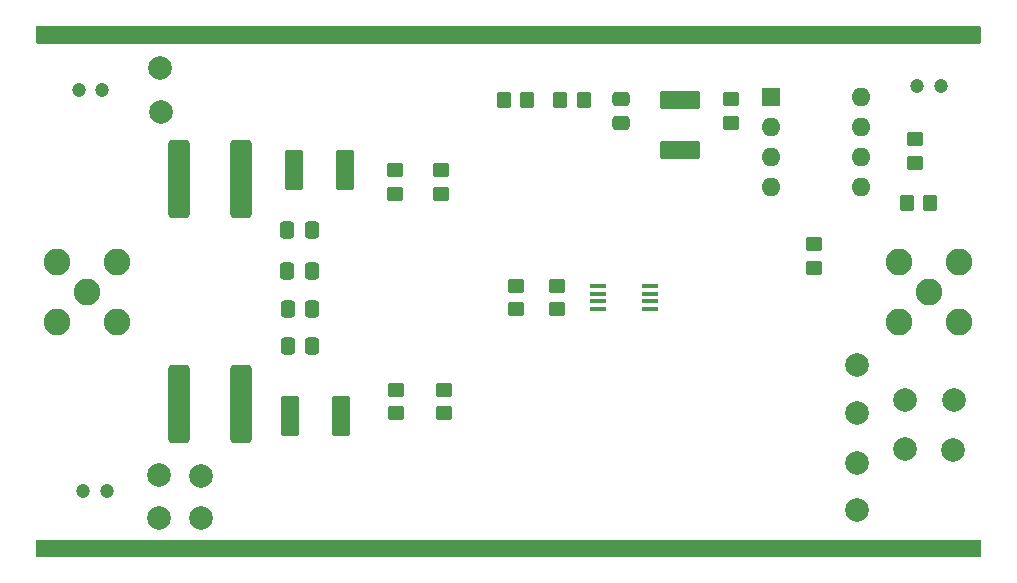
<source format=gts>
%TF.GenerationSoftware,KiCad,Pcbnew,6.0.4-6f826c9f35~116~ubuntu20.04.1*%
%TF.CreationDate,2024-01-06T18:53:29+01:00*%
%TF.ProjectId,instrument_lowpass,696e7374-7275-46d6-956e-745f6c6f7770,rev?*%
%TF.SameCoordinates,Original*%
%TF.FileFunction,Soldermask,Top*%
%TF.FilePolarity,Negative*%
%FSLAX46Y46*%
G04 Gerber Fmt 4.6, Leading zero omitted, Abs format (unit mm)*
G04 Created by KiCad (PCBNEW 6.0.4-6f826c9f35~116~ubuntu20.04.1) date 2024-01-06 18:53:29*
%MOMM*%
%LPD*%
G01*
G04 APERTURE LIST*
G04 Aperture macros list*
%AMRoundRect*
0 Rectangle with rounded corners*
0 $1 Rounding radius*
0 $2 $3 $4 $5 $6 $7 $8 $9 X,Y pos of 4 corners*
0 Add a 4 corners polygon primitive as box body*
4,1,4,$2,$3,$4,$5,$6,$7,$8,$9,$2,$3,0*
0 Add four circle primitives for the rounded corners*
1,1,$1+$1,$2,$3*
1,1,$1+$1,$4,$5*
1,1,$1+$1,$6,$7*
1,1,$1+$1,$8,$9*
0 Add four rect primitives between the rounded corners*
20,1,$1+$1,$2,$3,$4,$5,0*
20,1,$1+$1,$4,$5,$6,$7,0*
20,1,$1+$1,$6,$7,$8,$9,0*
20,1,$1+$1,$8,$9,$2,$3,0*%
G04 Aperture macros list end*
%ADD10RoundRect,0.250000X-0.650000X-3.050000X0.650000X-3.050000X0.650000X3.050000X-0.650000X3.050000X0*%
%ADD11RoundRect,0.250000X0.450000X-0.350000X0.450000X0.350000X-0.450000X0.350000X-0.450000X-0.350000X0*%
%ADD12C,2.000000*%
%ADD13R,1.600000X1.600000*%
%ADD14O,1.600000X1.600000*%
%ADD15RoundRect,0.250000X-0.337500X-0.475000X0.337500X-0.475000X0.337500X0.475000X-0.337500X0.475000X0*%
%ADD16RoundRect,0.250000X-0.450000X0.350000X-0.450000X-0.350000X0.450000X-0.350000X0.450000X0.350000X0*%
%ADD17RoundRect,0.250000X-0.537500X-1.450000X0.537500X-1.450000X0.537500X1.450000X-0.537500X1.450000X0*%
%ADD18RoundRect,0.250000X-1.450000X0.537500X-1.450000X-0.537500X1.450000X-0.537500X1.450000X0.537500X0*%
%ADD19RoundRect,0.250000X0.350000X0.450000X-0.350000X0.450000X-0.350000X-0.450000X0.350000X-0.450000X0*%
%ADD20C,1.200000*%
%ADD21C,2.250000*%
%ADD22R,1.400000X0.450000*%
%ADD23RoundRect,0.250000X-0.475000X0.337500X-0.475000X-0.337500X0.475000X-0.337500X0.475000X0.337500X0*%
%ADD24RoundRect,0.250000X-0.350000X-0.450000X0.350000X-0.450000X0.350000X0.450000X-0.350000X0.450000X0*%
G04 APERTURE END LIST*
D10*
%TO.C,C6*%
X112075000Y-82000000D03*
X117325000Y-82000000D03*
%TD*%
D11*
%TO.C,R6*%
X144100000Y-74000000D03*
X144100000Y-72000000D03*
%TD*%
D12*
%TO.C,TP2*%
X114000000Y-91700000D03*
%TD*%
D10*
%TO.C,C2*%
X112075000Y-63000000D03*
X117325000Y-63000000D03*
%TD*%
D12*
%TO.C,TP1*%
X114000000Y-88100000D03*
%TD*%
D13*
%TO.C,U1*%
X162200000Y-56000000D03*
D14*
X162200000Y-58540000D03*
X162200000Y-61080000D03*
X162200000Y-63620000D03*
X169820000Y-63620000D03*
X169820000Y-61080000D03*
X169820000Y-58540000D03*
X169820000Y-56000000D03*
%TD*%
D12*
%TO.C,TP5*%
X110600000Y-57300000D03*
%TD*%
D15*
%TO.C,C3*%
X121262500Y-67300000D03*
X123337500Y-67300000D03*
%TD*%
D16*
%TO.C,R1*%
X130400000Y-64200000D03*
X130400000Y-62200000D03*
%TD*%
D17*
%TO.C,C12*%
X121862500Y-62200000D03*
X126137500Y-62200000D03*
%TD*%
D18*
%TO.C,C10*%
X154500000Y-56262500D03*
X154500000Y-60537500D03*
%TD*%
D12*
%TO.C,TP14*%
X177700000Y-81700000D03*
%TD*%
D16*
%TO.C,R4*%
X134500000Y-82800000D03*
X134500000Y-80800000D03*
%TD*%
%TO.C,R8*%
X158800000Y-58200000D03*
X158800000Y-56200000D03*
%TD*%
D19*
%TO.C,R9*%
X141600000Y-56300000D03*
X139600000Y-56300000D03*
%TD*%
D12*
%TO.C,TP3*%
X110400000Y-91700000D03*
%TD*%
D20*
%TO.C,C1*%
X105600000Y-55400000D03*
X103600000Y-55400000D03*
%TD*%
D12*
%TO.C,TP9*%
X173600000Y-85800000D03*
%TD*%
D20*
%TO.C,C9*%
X176600000Y-55100000D03*
X174600000Y-55100000D03*
%TD*%
%TO.C,C5*%
X106000000Y-89400000D03*
X104000000Y-89400000D03*
%TD*%
D21*
%TO.C,J1*%
X104320000Y-72500000D03*
X101780000Y-69960000D03*
X101780000Y-75040000D03*
X106860000Y-75040000D03*
X106860000Y-69960000D03*
%TD*%
D16*
%TO.C,R11*%
X174400000Y-59600000D03*
X174400000Y-61600000D03*
%TD*%
D17*
%TO.C,C13*%
X125800000Y-83000000D03*
X121525000Y-83000000D03*
%TD*%
D12*
%TO.C,TP8*%
X169500000Y-87000000D03*
%TD*%
D21*
%TO.C,J2*%
X175600000Y-72500000D03*
X173060000Y-75040000D03*
X178140000Y-69960000D03*
X173060000Y-69960000D03*
X178140000Y-75040000D03*
%TD*%
D22*
%TO.C,U2*%
X147600000Y-72025000D03*
X147600000Y-72675000D03*
X147600000Y-73325000D03*
X147600000Y-73975000D03*
X152000000Y-73975000D03*
X152000000Y-73325000D03*
X152000000Y-72675000D03*
X152000000Y-72025000D03*
%TD*%
D12*
%TO.C,TP12*%
X177600000Y-85900000D03*
%TD*%
%TO.C,TP10*%
X173600000Y-81700000D03*
%TD*%
D23*
%TO.C,C11*%
X149500000Y-58237500D03*
X149500000Y-56162500D03*
%TD*%
D11*
%TO.C,R5*%
X140600000Y-72000000D03*
X140600000Y-74000000D03*
%TD*%
D12*
%TO.C,TP11*%
X169500000Y-78700000D03*
%TD*%
%TO.C,TP15*%
X169500000Y-82800000D03*
%TD*%
%TO.C,TP4*%
X110400000Y-88000000D03*
%TD*%
D24*
%TO.C,R7*%
X144400000Y-56300000D03*
X146400000Y-56300000D03*
%TD*%
D16*
%TO.C,R3*%
X134300000Y-64200000D03*
X134300000Y-62200000D03*
%TD*%
%TO.C,R2*%
X130500000Y-82800000D03*
X130500000Y-80800000D03*
%TD*%
D15*
%TO.C,C4*%
X121262500Y-70800000D03*
X123337500Y-70800000D03*
%TD*%
D19*
%TO.C,R12*%
X175700000Y-65000000D03*
X173700000Y-65000000D03*
%TD*%
D16*
%TO.C,R10*%
X165900000Y-68500000D03*
X165900000Y-70500000D03*
%TD*%
D15*
%TO.C,C8*%
X121300000Y-74000000D03*
X123375000Y-74000000D03*
%TD*%
D12*
%TO.C,TP13*%
X169500000Y-91000000D03*
%TD*%
D15*
%TO.C,C7*%
X121300000Y-77100000D03*
X123375000Y-77100000D03*
%TD*%
D12*
%TO.C,TP7*%
X110500000Y-53600000D03*
%TD*%
G36*
X179942121Y-50020002D02*
G01*
X179988614Y-50073658D01*
X180000000Y-50126000D01*
X180000000Y-51374000D01*
X179979998Y-51442121D01*
X179926342Y-51488614D01*
X179874000Y-51500000D01*
X100126000Y-51500000D01*
X100057879Y-51479998D01*
X100011386Y-51426342D01*
X100000000Y-51374000D01*
X100000000Y-50126000D01*
X100020002Y-50057879D01*
X100073658Y-50011386D01*
X100126000Y-50000000D01*
X179874000Y-50000000D01*
X179942121Y-50020002D01*
G37*
G36*
X179942121Y-93520002D02*
G01*
X179988614Y-93573658D01*
X180000000Y-93626000D01*
X180000000Y-94874000D01*
X179979998Y-94942121D01*
X179926342Y-94988614D01*
X179874000Y-95000000D01*
X100126000Y-95000000D01*
X100057879Y-94979998D01*
X100011386Y-94926342D01*
X100000000Y-94874000D01*
X100000000Y-93626000D01*
X100020002Y-93557879D01*
X100073658Y-93511386D01*
X100126000Y-93500000D01*
X179874000Y-93500000D01*
X179942121Y-93520002D01*
G37*
M02*

</source>
